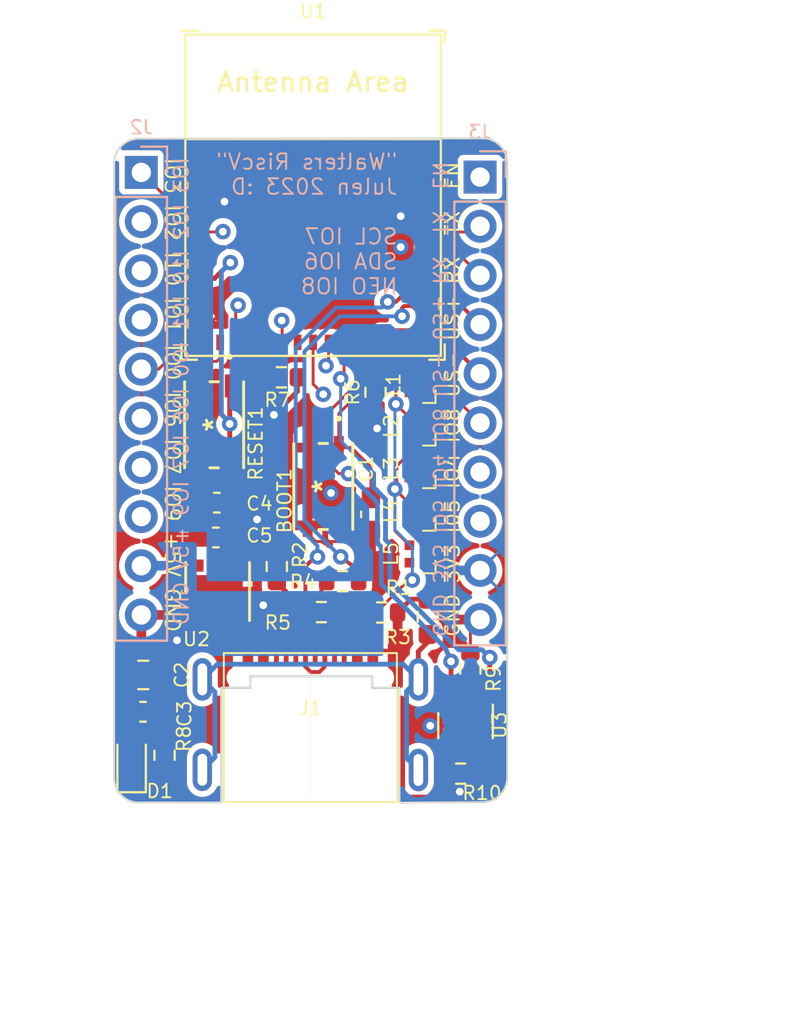
<source format=kicad_pcb>
(kicad_pcb (version 20221018) (generator pcbnew)
  (layers (0 "F.Cu" signal) (1 "In1.Cu" signal) (2 "In2.Cu" signal) (31 "B.Cu" signal) (34 "B.Paste" user) (35 "F.Paste" user) (36 "B.SilkS" user "B.Silkscreen") (37 "F.SilkS" user "F.Silkscreen") (38 "B.Mask" user) (39 "F.Mask" user) (44 "Edge.Cuts" user))
  (net 0 "")
  (net 1 "/BOOT")
  (net 2 "GND")
  (net 3 "+5V")
  (net 4 "/ENABLE")
  (net 5 "+3.3V")
  (net 6 "Net-(D1-K)")
  (net 7 "Net-(J1-CC1)")
  (net 8 "/DP")
  (net 9 "/DN")
  (net 11 "Net-(J1-CC2)")
  (net 13 "Net-(J1-SHIELD)")
  (net 14 "/USB_DN")
  (net 15 "/USB_DP")
  (net 16 "Net-(U3-ADDR)")
  (net 17 "Net-(U3-~{RESET})")
  (net 33 "Net-(L1-DOUT)")
  (net 34 "Net-(L2-DOUT)")
  (net 35 "Net-(L3-DOUT)")
  (net 36 "Net-(L4-DOUT)")
  (net 38 "/RX")
  (net 39 "/TX")
  (net 40 "/IO3")
  (net 41 "/IO2")
  (net 42 "/IO10")
  (net 43 "/IO1")
  (net 44 "/IO0")
  (net 45 "/IO5")
  (net 46 "/IO4")
  (net 47 "/IO6")
  (net 48 "/IO7")
  (net 49 "/IO8")
  (footprint "USB-C-Power-tester:TYPE-C-31-M-14" (layer "F.Cu") (at 28.732195 56.969933)
    (fp_text reference "J1")
    (fp_text value "USB_C_Receptacle_USB2.0")
    (fp_line (start -4.6 -3.2) (end -4.6 2.7) (stroke (width 0.12)) (layer "Edge.Cuts"))
    (fp_line (start -3.1 -3.8) (end -3.1 -3.2) (stroke (width 0.12)) (layer "Edge.Cuts"))
    (fp_line (start -3.1 -3.2) (end -4.6 -3.2) (stroke (width 0.12)) (layer "Edge.Cuts"))
    (fp_line (start 3.2 -3.8) (end -3.1 -3.8) (stroke (width 0.12)) (layer "Edge.Cuts"))
    (fp_line (start 3.2 -3.2) (end 3.2 -3.8) (stroke (width 0.12)) (layer "Edge.Cuts"))
    (fp_line (start 4.6 -3.2) (end 3.2 -3.2) (stroke (width 0.12)) (layer "Edge.Cuts"))
    (fp_line (start 4.6 2.7) (end 4.6 -3.2) (stroke (width 0.12)) (layer "Edge.Cuts"))
  )
  (footprint "Package_DFN_QFN:DFN-6-1EP_3x3mm_P0.95mm_EP1.7x2.6mm" (layer "F.Cu") (at 23.942347 48.792522 90)
    (fp_text reference "U2")
    (fp_text value "NCP692MN33T2G")
  )
  (footprint "LED_SMD:LED_SK6812_EC15_1.5x1.5mm" (layer "F.Cu") (at 34.3 42.45 90)
    (fp_text reference "L3")
    (fp_text value "SK6812MINI")
  )
  (footprint "Resistor_SMD:R_0603_1608Metric" (layer "F.Cu") (at 32.416737 49.873484)
    (fp_text reference "R3")
    (fp_text value "5.1k")
  )
  (footprint "ToyTronics:KMR241GLFS" (layer "F.Cu") (at 29.4 43.3644 -90)
    (fp_text reference "BOOT1")
    (fp_text value "BOOT" hide)
  )
  (footprint "LED_SMD:LED_0603_1608Metric_Pad1.05x0.95mm_HandSolder" (layer "F.Cu") (at 19.5 57.5 90)
    (fp_text reference "D1")
    (fp_text value "LED")
  )
  (footprint "Resistor_SMD:R_0603_1608Metric_Pad0.98x0.95mm_HandSolder" (layer "F.Cu") (at 34.8 50.1 90)
    (fp_text reference "R1")
    (fp_text value "1M")
  )
  (footprint "LED_SMD:LED_SK6812_EC15_1.5x1.5mm" (layer "F.Cu") (at 34.3 44.65 90)
    (fp_text reference "L4")
    (fp_text value "SK6812MINI")
  )
  (footprint "Espressif:ESP32-C3-MINI-1" (layer "F.Cu") (at 28.874477 28.318075)
    (fp_text reference "U1")
    (fp_text value "ESP32-C3-MINI-1")
  )
  (footprint "Sensor_Humidity:Sensirion_DFN-8-1EP_2.5x2.5mm_P0.5mm_EP1.1x1.7mm" (layer "F.Cu") (at 36.75 55.725 -90)
    (fp_text reference "U3")
    (fp_text value "SHT31-DIS")
  )
  (footprint "Capacitor_SMD:C_0603_1608Metric_Pad1.08x0.95mm_HandSolder" (layer "F.Cu") (at 23.85 46 180)
    (fp_text reference "C5")
    (fp_text value "0.1uF")
  )
  (footprint "Resistor_SMD:R_0603_1608Metric" (layer "F.Cu") (at 30.400848 48.254656)
    (fp_text reference "R4")
    (fp_text value "33R")
  )
  (footprint "LED_SMD:LED_SK6812_EC15_1.5x1.5mm" (layer "F.Cu") (at 34.3 46.85 90)
    (fp_text reference "L5")
    (fp_text value "SK6812MINI")
  )
  (footprint "Resistor_SMD:R_0603_1608Metric" (layer "F.Cu") (at 27 47.501266 90)
    (fp_text reference "R2")
    (fp_text value "5.1k")
  )
  (footprint "Resistor_SMD:R_0603_1608Metric" (layer "F.Cu") (at 32.1 38.5 -90)
    (fp_text reference "R6")
    (fp_text value "10k")
  )
  (footprint "Capacitor_SMD:C_0603_1608Metric_Pad1.08x0.95mm_HandSolder" (layer "F.Cu") (at 20.090502 55.002233 180)
    (fp_text reference "C3")
    (fp_text value "0.1uF")
  )
  (footprint "Capacitor_SMD:C_0603_1608Metric_Pad1.08x0.95mm_HandSolder" (layer "F.Cu") (at 23.9 44.2)
    (fp_text reference "C4")
    (fp_text value "0.1uF")
  )
  (footprint "Resistor_SMD:R_0603_1608Metric" (layer "F.Cu") (at 29.300848 49.854656 180)
    (fp_text reference "R5")
    (fp_text value "33R")
  )
  (footprint "LED_SMD:LED_SK6812_EC15_1.5x1.5mm" (layer "F.Cu") (at 34.3 40.25 90)
    (fp_text reference "L2")
    (fp_text value "SK6812MINI")
  )
  (footprint "LED_SMD:LED_SK6812_EC15_1.5x1.5mm" (layer "F.Cu") (at 34.3 38.05 90)
    (fp_text reference "L1")
    (fp_text value "SK6812MINI")
  )
  (footprint "Capacitor_SMD:C_0805_2012Metric" (layer "F.Cu") (at 20.1 53.1 180)
    (fp_text reference "C2")
    (fp_text value "4.7uF")
  )
  (footprint "Resistor_SMD:R_0603_1608Metric" (layer "F.Cu") (at 37 52.8 -90)
    (fp_text reference "R9")
    (fp_text value "10k")
  )
  (footprint "Capacitor_SMD:C_0603_1608Metric_Pad1.08x0.95mm_HandSolder" (layer "F.Cu") (at 31.864847 44.808634 -90)
    (fp_text reference "C1")
    (fp_text value "0.1uF")
  )
  (footprint "Resistor_SMD:R_0603_1608Metric" (layer "F.Cu") (at 27.235603 37.724649)
    (fp_text reference "R7")
    (fp_text value "10k")
  )
  (footprint "Resistor_SMD:R_0603_1608Metric" (layer "F.Cu") (at 36.5 58.2)
    (fp_text reference "R10")
    (fp_text value "10k")
  )
  (footprint "Resistor_SMD:R_0603_1608Metric" (layer "F.Cu") (at 21.2 57.25 -90)
    (fp_text reference "R8")
    (fp_text value "5.1k")
  )
  (footprint "ToyTronics:KMR241GLFS" (layer "F.Cu") (at 23.761528 40.177103 -90)
    (fp_text reference "RESET1")
    (fp_text value "RESET" hide)
  )
  (footprint "Connector_PinHeader_2.54mm:PinHeader_1x10_P2.54mm_Vertical" (layer "B.Cu") (at 20 27.14 180)
    (fp_text reference "J2")
    (fp_text value "Conn_01x10_Pin")
  )
  (footprint "Connector_PinHeader_2.54mm:PinHeader_1x10_P2.54mm_Vertical" (layer "B.Cu") (at 37.5 27.38 180)
    (fp_text reference "J3")
    (fp_text value "Conn_01x10_Pin")
  )
  (gr_line (start 33.4 59.7) (end 33.332195 59.669933) (stroke (width 0.1)) (layer "Edge.Cuts"))
  (gr_line (start 34.29 59.69) (end 33.4 59.7) (stroke (width 0.1)) (layer "Edge.Cuts"))
  (gr_arc (start 38.9 58.4) (mid 38.528026 59.298026) (end 37.63 59.67) (stroke (width 0.1)) (layer "Edge.Cuts"))
  (gr_line (start 18.6 58.42) (end 18.6 26.67) (stroke (width 0.1)) (layer "Edge.Cuts"))
  (gr_line (start 19.87 25.4) (end 37.63 25.38) (stroke (width 0.1)) (layer "Edge.Cuts"))
  (gr_line (start 23.9 59.69) (end 24.132195 59.669933) (stroke (width 0.1)) (layer "Edge.Cuts"))
  (gr_arc (start 19.87 59.69) (mid 18.971974 59.318026) (end 18.6 58.42) (stroke (width 0.1)) (layer "Edge.Cuts"))
  (gr_line (start 38.9 26.65) (end 38.9 58.4) (stroke (width 0.1)) (layer "Edge.Cuts"))
  (gr_line (start 19.87 59.69) (end 23.9 59.69) (stroke (width 0.1)) (layer "Edge.Cuts"))
  (gr_arc (start 18.6 26.67) (mid 18.971974 25.771974) (end 19.87 25.4) (stroke (width 0.1)) (layer "Edge.Cuts"))
  (gr_line (start 37.63 59.67) (end 34.29 59.69) (stroke (width 0.1)) (layer "Edge.Cuts"))
  (gr_arc (start 37.63 25.38) (mid 38.528026 25.751974) (end 38.9 26.65) (stroke (width 0.1)) (layer "Edge.Cuts"))
  (gr_text "IO3 IO2 I10 IO1 IO0 IO6 IO7 IO9 +5V GND" (at 22.5 26.3 90) (layer "B.SilkS") (effects (font (size 0.74 0.74) (thickness 0.1)) (justify left bottom mirror)))
  (gr_text "{dblquote}Walters RiscV{dblquote}\nJulen 2023 :D\n\nSCL IO7\nSDA IO6\nNEO IO8" (at 33.3 33.5) (layer "B.SilkS") (effects (font (size 0.8 0.8) (thickness 0.1)) (justify left bottom mirror)))
  (gr_text "GND 3V3 I05 IO4 IO8 US- US+ RX  TX  EN" (at 35 51.2 -90) (layer "B.SilkS") (effects (font (size 0.73 0.73) (thickness 0.1)) (justify left bottom mirror)))
  (gr_text "GND 3V3 I05 IO4 IO8 US- US+ RX  TX  EN" (at 36.5 51.2 90) (layer "F.SilkS") (effects (font (size 0.73 0.73) (thickness 0.1)) (justify left bottom)))
  (gr_text "IO3 IO2 I10 IO1 IO0 IO6 IO7 IO9 +5V GND" (at 21.163634 26.320091 270) (layer "F.SilkS") (effects (font (size 0.75 0.75) (thickness 0.1)) (justify left bottom)))
  (segment (start 32.874477 38.115903) (end 32.59038 38.4) (width 0.15) (layer "F.Cu") (net 1))
  (segment (start 30.205 39.595) (end 30.205 41.3578) (width 0.15) (layer "F.Cu") (net 1))
  (segment (start 31.864847 43.946134) (end 31.629866 43.946134) (width 0.15) (layer "F.Cu") (net 1))
  (segment (start 32.59038 38.4) (end 31.4 38.4) (width 0.15) (layer "F.Cu") (net 1))
  (segment (start 30.205 41.3578) (end 30.8578 41.3578) (width 0.15) (layer "F.Cu") (net 1))
  (segment (start 31.4 38.4) (end 30.205 39.595) (width 0.15) (layer "F.Cu") (net 1))
  (segment (start 30.8578 41.3578) (end 31.864847 42.364847) (width 0.15) (layer "F.Cu") (net 1))
  (segment (start 31.629866 43.946134) (end 30.205 45.371) (width 0.15) (layer "F.Cu") (net 1))
  (segment (start 31.864847 42.364847) (end 31.864847 43.946134) (width 0.15) (layer "F.Cu") (net 1))
  (segment (start 32.874477 35.918075) (end 32.874477 38.115903) (width 0.15) (layer "F.Cu") (net 1))
  (segment (start 34.8 38.5) (end 35.6 39.3) (width 0.15) (layer "F.Cu") (net 2))
  (segment (start 23.9 34.6) (end 23.9 34.1) (width 0.15) (layer "F.Cu") (net 2))
  (segment (start 33.709933 59.409933) (end 35.190067 59.409933) (width 0.25) (layer "F.Cu") (net 2))
  (segment (start 35.7 37.1) (end 36.1 37.5) (width 0.15) (layer "F.Cu") (net 2))
  (segment (start 37 56.9) (end 37 55.975) (width 0.25) (layer "F.Cu") (net 2))
  (segment (start 34.925 55.725) (end 34.675 55.725) (width 0.25) (layer "F.Cu") (net 2))
  (segment (start 22.974477 35.018075) (end 22.118075 35.018075) (width 0.15) (layer "F.Cu") (net 2))
  (segment (start 21.4 33.9) (end 20.97823 33.47823) (width 0.15) (layer "F.Cu") (net 2))
  (segment (start 34.824477 35.968075) (end 34.824477 36.224477) (width 0.15) (layer "F.Cu") (net 2))
  (segment (start 33.927721 49.1875) (end 33.241737 49.873484) (width 0.25) (layer "F.Cu") (net 2))
  (segment (start 22.956528 38.170503) (end 22.545505 38.581526) (width 0.25) (layer "F.Cu") (net 2))
  (segment (start 34.75 38.5) (end 34.8 38.5) (width 0.15) (layer "F.Cu") (net 2))
  (segment (start 36.7 38.8) (end 38.5 38.8) (width 0.15) (layer "F.Cu") (net 2))
  (segment (start 23.942347 50.132522) (end 23.942347 50.392347) (width 0.25) (layer "F.Cu") (net 2))
  (segment (start 36.2 41.3) (end 38.367394 41.3) (width 0.15) (layer "F.Cu") (net 2))
  (segment (start 37.5 57.6) (end 38.1 58.2) (width 0.25) (layer "F.Cu") (net 2))
  (segment (start 36.75 55.725) (end 34.925 55.725) (width 0.25) (layer "F.Cu") (net 2))
  (segment (start 37.5 56.475) (end 36.75 55.725) (width 0.25) (layer "F.Cu") (net 2))
  (segment (start 36.1 39.8) (end 36.1 40.7) (width 0.15) (layer "F.Cu") (net 2))
  (segment (start 22.974477 35.018075) (end 23.481925 35.018075) (width 0.15) (layer "F.Cu") (net 2))
  (segment (start 21.4 34.3) (end 21.4 33.9) (width 0.15) (layer "F.Cu") (net 2))
  (segment (start 37 52.39) (end 37 50.74) (width 0.15) (layer "F.Cu") (net 2))
  (segment (start 36.1 38) (end 36.1 38.2) (width 0.15) (layer "F.Cu") (net 2))
  (segment (start 22.9875 45.975) (end 24.7625 44.2) (width 0.25) (layer "F.Cu") (net 2))
  (segment (start 33.5 56.9) (end 33.5 59.2) (width 0.25) (layer "F.Cu") (net 2))
  (segment (start 28.595 45.371) (end 28.595 44.905) (width 0.25) (layer "F.Cu") (net 2))
  (segment (start 20.956039 35.968075) (end 20.891016 36.033098) (width 0.25) (layer "F.Cu") (net 2))
  (segment (start 35.190067 59.409933) (end 35.3 59.3) (width 0.25) (layer "F.Cu") (net 2))
  (segment (start 30.9921 46.2079) (end 29.0079 46.2079) (width 0.15) (layer "F.Cu") (net 2))
  (segment (start 31.528866 45.671134) (end 30.9921 46.2079) (width 0.15) (layer "F.Cu") (net 2))
  (segment (start 22.924477 35.968075) (end 20.956039 35.968075) (width 0.25) (layer "F.Cu") (net 2))
  (segment (start 36.1 38.2) (end 36.7 38.8) (width 0.15) (layer "F.Cu") (net 2))
  (segment (start 23.9 34.1) (end 25.006925 32.993075) (width 0.15) (layer "F.Cu") (net 2))
  (segment (start 33.7 59.4) (end 33.709933 59.409933) (width 0.25) (layer "F.Cu") (net 2))
  (segment (start 23.942347 50.392347) (end 24.55 51) (width 0.25) (layer "F.Cu") (net 2))
  (segment (start 31.864847 45.671134) (end 31.528866 45.671134) (width 0.15) (layer "F.Cu") (net 2))
  (segment (start 22.118075 35.018075) (end 21.4 34.3) (width 0.15) (layer "F.Cu") (net 2))
  (segment (start 34.8 49.1875) (end 33.927721 49.1875) (width 0.25) (layer "F.Cu") (net 2))
  (segment (start 29.0079 46.2079) (end 28.6 45.8) (width 0.15) (layer "F.Cu") (net 2))
  (segment (start 24.55 51.062738) (end 25.357195 51.869933) (width 0.25) (layer "F.Cu") (net 2))
  (segment (start 34.675 55.725) (end 33.5 56.9) (width 0.25) (layer "F.Cu") (net 2))
  (segment (start 22.9875 46) (end 22.9875 45.975) (width 0.25) (layer "F.Cu") (net 2))
  (segment (start 37 55.975) (end 36.75 55.725) (width 0.25) (layer "F.Cu") (net 2))
  (segment (start 37 50.74) (end 37.5 50.24) (width 0.15) (layer "F.Cu") (net 2))
  (segment (start 33.5 59.2) (end 33.7 59.4) (width 0.25) (layer "F.Cu") (net 2))
  (segment (start 37.5 56.9) (end 37.5 56.475) (width 0.25) (layer "F.Cu") (net 2))
  (segment (start 28.595 44.905) (end 29.8 43.7) (width 0.25) (layer "F.Cu") (net 2))
  (segment (start 25.006925 32.993075) (end 26.899477 32.993075) (width 0.15) (layer "F.Cu") (net 2))
  (segment (start 34.824477 36.224477) (end 35.7 37.1) (width 0.15) (layer "F.Cu") (net 2))
  (segment (start 20.891016 36.033098) (end 19.218611 36.033098) (width 0.25) (layer "F.Cu") (net 2))
  (segment (start 36.1 41.2) (end 36.2 41.3) (width 0.15) (layer "F.Cu") (net 2))
  (segment (start 38.367394 41.3) (end 38.376403 41.290991) (width 0.15) (layer "F.Cu") (net 2))
  (segment (start 24.55 51) (end 24.55 51.062738) (width 0.25) (layer "F.Cu") (net 2))
  (segment (start 23.481925 35.018075) (end 23.9 34.6) (width 0.15) (layer "F.Cu") (net 2))
  (segment (start 36.1 40.7) (end 36.1 41.2) (width 0.15) (layer "F.Cu") (net 2))
  (segment (start 37.5 56.9) (end 37.5 57.6) (width 0.25) (layer "F.Cu") (net 2))
  (segment (start 31.864847 45.671134) (end 31.928866 45.671134) (width 0.15) (layer "F.Cu") (net 2))
  (segment (start 36.75 55.725) (end 38.225 55.725) (width 0.25) (layer "F.Cu") (net 2))
  (segment (start 20.97823 33.47823) (end 19.229988 33.47823) (width 0.15) (layer "F.Cu") (net 2))
  (segment (start 36.1 37.5) (end 36.1 38) (width 0.15) (layer "F.Cu") (net 2))
  (segment (start 35.6 39.3) (end 36.1 39.8) (width 0.15) (layer "F.Cu") (net 2))
  (segment (start 22.545505 38.581526) (end 19.389265 38.581526) (width 0.25) (layer "F.Cu") (net 2))
  (via (at 33.4 31) (size 0.8) (drill 0.4) (layers "F.Cu" "B.Cu") (net 2))
  (via (at 29.8 43.7) (size 0.8) (drill 0.4) (layers "F.Cu" "B.Cu") (net 2))
  (via (at 34.925 55.725) (size 0.8) (drill 0.4) (layers "F.Cu" "B.Cu") (net 2))
  (segment (start 33.85 37.6) (end 33.149168 38.300832) (width 0.15) (layer "F.Cu") (net 3))
  (segment (start 33.2 42.3) (end 33.2 43.4) (width 0.15) (layer "F.Cu") (net 3))
  (segment (start 22.992347 50.132522) (end 22.992347 50.159653) (width 0.25) (layer "F.Cu") (net 3))
  (segment (start 20.953002 55.002233) (end 20.953002 53.196998) (width 0.25) (layer "F.Cu") (net 3))
  (segment (start 25.832522 50.132522) (end 24.892347 50.132522) (width 0.25) (layer "F.Cu") (net 3))
  (segment (start 26.15 50.45) (end 25.832522 50.132522) (width 0.25) (layer "F.Cu") (net 3))
  (segment (start 31.307195 51.144933) (end 31.652128 50.8) (width 0.15) (layer "F.Cu") (net 3))
  (segment (start 33.1 45.65) (end 33.85 46.4) (width 0.15) (layer "F.Cu") (net 3))
  (segment (start 20 47.46) (end 22.984869 47.46) (width 0.25) (layer "F.Cu") (net 3))
  (segment (start 33.85 44.2) (end 33.8 44.2) (width 0.15) (layer "F.Cu") (net 3))
  (segment (start 22.984869 47.46) (end 22.992347 47.452522) (width 0.25) (layer "F.Cu") (net 3))
  (segment (start 26.157195 51.869933) (end 26.157195 50.457195) (width 0.15) (layer "F.Cu") (net 3))
  (segment (start 22.992347 50.159653) (end 21.05 52.102) (width 0.25) (layer "F.Cu") (net 3))
  (segment (start 21.05 52.102) (end 21.05 53.1) (width 0.25) (layer "F.Cu") (net 3))
  (segment (start 33.84373 39.8) (end 33.149168 39.105438) (width 0.15) (layer "F.Cu") (net 3))
  (segment (start 31.032195 50.967805) (end 31.2 50.8) (width 0.15) (layer "F.Cu") (net 3))
  (segment (start 32.4 49.603825) (end 33.803825 48.2) (width 0.15) (layer "F.Cu") (net 3))
  (segment (start 31.307195 51.869933) (end 31.307195 51.144933) (width 0.15) (layer "F.Cu") (net 3))
  (segment (start 26.3 50.3) (end 26.3 49.5) (width 0.25) (layer "F.Cu") (net 3))
  (segment (start 33.85 42) (end 33.5 42) (width 0.15) (layer "F.Cu") (net 3))
  (segment (start 33.1 43.5) (end 33.1 45.65) (width 0.15) (layer "F.Cu") (net 3))
  (segment (start 20.953002 55.021998) (end 19.25 56.725) (width 0.25) (layer "F.Cu") (net 3))
  (segment (start 26.15 50.45) (end 26.3 50.3) (width 0.25) (layer "F.Cu") (net 3))
  (segment (start 31.652128 50.8) (end 31.7 50.8) (width 0.15) (layer "F.Cu") (net 3))
  (segment (start 33.85 39.8) (end 33.84373 39.8) (width 0.15) (layer "F.Cu") (net 3))
  (segment (start 32.1 50.8) (end 32.4 50.5) (width 0.15) (layer "F.Cu") (net 3))
  (segment (start 31.7 50.8) (end 32.1 50.8) (width 0.15) (layer "F.Cu") (net 3))
  (segment (start 20.953002 55.002233) (end 20.953002 55.021998) (width 0.25) (layer "F.Cu") (net 3))
  (segment (start 26.432195 51.869933) (end 26.432195 50.732195) (width 0.25) (layer "F.Cu") (net 3))
  (segment (start 33.803825 48.2) (end 34 48.2) (width 0.15) (layer "F.Cu") (net 3))
  (segment (start 33.2 43.4) (end 33.1 43.5) (width 0.15) (layer "F.Cu") (net 3))
  (segment (start 31.032195 51.869933) (end 31.032195 50.967805) (width 0.15) (layer "F.Cu") (net 3))
  (segment (start 20.953002 53.196998) (end 21.05 53.1) (width 0.25) (layer "F.Cu") (net 3))
  (segment (start 31.2 50.8) (end 31.7 50.8) (width 0.15) (layer "F.Cu") (net 3))
  (segment (start 32.4 50.5) (end 32.4 49.603825) (width 0.15) (layer "F.Cu") (net 3))
  (segment (start 33.8 44.2) (end 33.1 43.5) (width 0.15) (layer "F.Cu") (net 3))
  (segment (start 33.149168 38.300832) (end 33.149168 39.105438) (width 0.15) (layer "F.Cu") (net 3))
  (segment (start 33.5 42) (end 33.2 42.3) (width 0.15) (layer "F.Cu") (net 3))
  (segment (start 26.157195 50.457195) (end 26.15 50.45) (width 0.15) (layer "F.Cu") (net 3))
  (segment (start 26.432195 50.732195) (end 26.15 50.45) (width 0.25) (layer "F.Cu") (net 3))
  (via (at 21.844 51.308) (size 0.8) (drill 0.4) (layers "F.Cu" "B.Cu") (net 3))
  (via (at 33.1 43.5) (size 0.8) (drill 0.4) (layers "F.Cu" "B.Cu") (net 3))
  (via (at 33.149168 39.105438) (size 0.8) (drill 0.4) (layers "F.Cu" "B.Cu") (net 3))
  (via (at 34 48.2) (size 0.8) (drill 0.4) (layers "F.Cu" "B.Cu") (net 3))
  (via (at 26.3 49.5) (size 0.8) (drill 0.4) (layers "F.Cu" "B.Cu") (net 3))
  (segment (start 34 46.5) (end 33.1 45.6) (width 0.15) (layer "B.Cu") (net 3))
  (segment (start 34 48.2) (end 34 46.5) (width 0.15) (layer "B.Cu") (net 3))
  (segment (start 33.1 39.154606) (end 33.149168 39.105438) (width 0.15) (layer "B.Cu") (net 3))
  (segment (start 33.1 45.6) (end 33.1 39.154606) (width 0.15) (layer "B.Cu") (net 3))
  (segment (start 23.781925 32.618075) (end 24.6 31.8) (width 0.25) (layer "F.Cu") (net 4))
  (segment (start 23.0375 44.2) (end 23.173377 44.2) (width 0.25) (layer "F.Cu") (net 4))
  (segment (start 25.012382 37.724649) (end 24.566528 38.170503) (width 0.25) (layer "F.Cu") (net 4))
  (segment (start 24.566528 38.170503) (end 24.566528 40.132) (width 0.25) (layer "F.Cu") (net 4))
  (segment (start 24.566528 42.806849) (end 24.566528 42.183703) (width 0.25) (layer "F.Cu") (net 4))
  (segment (start 24.566528 40.132) (end 24.566528 42.183703) (width 0.25) (layer "F.Cu") (net 4))
  (segment (start 23.173377 44.2) (end 24.566528 42.806849) (width 0.25) (layer "F.Cu") (net 4))
  (segment (start 22.974477 32.618075) (end 23.781925 32.618075) (width 0.25) (layer "F.Cu") (net 4))
  (segment (start 26.410603 37.724649) (end 25.012382 37.724649) (width 0.25) (layer "F.Cu") (net 4))
  (via (at 24.566528 40.132) (size 0.8) (drill 0.4) (layers "F.Cu" "B.Cu") (net 4))
  (via (at 24.6 31.8) (size 0.8) (drill 0.4) (layers "F.Cu" "B.Cu") (net 4))
  (segment (start 24.134356 32.265644) (end 24.6 31.8) (width 0.25) (layer "B.Cu") (net 4))
  (segment (start 24.566528 40.065044) (end 24.134356 39.632872) (width 0.25) (layer "B.Cu") (net 4))
  (segment (start 24.134356 39.632872) (end 24.134356 32.265644) (width 0.25) (layer "B.Cu") (net 4))
  (segment (start 24.566528 40.132) (end 24.566528 40.065044) (width 0.25) (layer "B.Cu") (net 4))
  (segment (start 25.049413 46) (end 25.980558 45.068855) (width 0.25) (layer "F.Cu") (net 5))
  (segment (start 32.1 40.286423) (end 32.179221 40.365644) (width 0.15) (layer "F.Cu") (net 5))
  (segment (start 28.077274 37.74132) (end 28.060603 37.724649) (width 0.25) (layer "F.Cu") (net 5))
  (segment (start 32.1 39.325) (end 32.1 40.286423) (width 0.15) (layer "F.Cu") (net 5))
  (segment (start 22.974477 28.618075) (end 24.262709 28.618075) (width 0.25) (layer "F.Cu") (net 5))
  (segment (start 36 57.875) (end 35.675 58.2) (width 0.25) (layer "F.Cu") (net 5))
  (segment (start 24.892347 46.179847) (end 24.7125 46) (width 0.25) (layer "F.Cu") (net 5))
  (segment (start 24.7125 46) (end 25.049413 46) (width 0.25) (layer "F.Cu") (net 5))
  (segment (start 23.942347 46.770153) (end 24.7125 46) (width 0.25) (layer "F.Cu") (net 5))
  (segment (start 24.892347 47.452522) (end 24.892347 46.179847) (width 0.25) (layer "F.Cu") (net 5))
  (segment (start 24.262709 28.618075) (end 24.294177 28.649543) (width 0.25) (layer "F.Cu") (net 5))
  (segment (start 28.060603 37.724649) (end 28.060603 38.455797) (width 0.25) (layer "F.Cu") (net 5))
  (segment (start 23.942347 47.452522) (end 23.942347 46.770153) (width 0.25) (layer "F.Cu") (net 5))
  (segment (start 28.060603 38.455797) (end 26.850736 39.665664) (width 0.25) (layer "F.Cu") (net 5))
  (segment (start 36.450972 58.975972) (end 35.675 58.2) (width 0.25) (layer "F.Cu") (net 5))
  (segment (start 36.450972 59.130379) (end 36.450972 58.975972) (width 0.25) (layer "F.Cu") (net 5))
  (segment (start 36 56.9) (end 36 57.875) (width 0.25) (layer "F.Cu") (net 5))
  (via (at 25.980558 45.068855) (size 0.8) (drill 0.4) (layers "F.Cu" "B.Cu") (net 5))
  (via (at 26.850736 39.665664) (size 0.8) (drill 0.4) (layers "F.Cu" "B.Cu") (net 5))
  (via (at 24.294177 28.649543) (size 0.8) (drill 0.4) (layers "F.Cu" "B.Cu") (net 5))
  (via (at 36.450972 59.130379) (size 0.8) (drill 0.4) (layers "F.Cu" "B.Cu") (net 5))
  (via (at 33.4 29.4) (size 0.8) (drill 0.4) (layers "F.Cu" "B.Cu") (net 5))
  (via (at 32.179221 40.365644) (size 0.8) (drill 0.4) (layers "F.Cu" "B.Cu") (net 5))
  (segment (start 24.249543 28.649543) (end 24 28.4) (width 0.25) (layer "B.Cu") (net 5))
  (segment (start 24 28.4) (end 19.2 28.4) (width 0.25) (layer "B.Cu") (net 5))
  (segment (start 37.5 47.7) (end 38.6 46.6) (width 0.15) (layer "B.Cu") (net 5))
  (segment (start 37.5 47.7) (end 38.6 48.8) (width 0.15) (layer "B.Cu") (net 5))
  (segment (start 19.2 28.4) (end 19 28.6) (width 0.25) (layer "B.Cu") (net 5))
  (segment (start 24.294177 28.649543) (end 24.249543 28.649543) (width 0.25) (layer "B.Cu") (net 5))
  (segment (start 20.65 58.475) (end 20.95 58.175) (width 0.25) (layer "F.Cu") (net 6))
  (segment (start 19.25 58.475) (end 20.65 58.475) (width 0.25) (layer "F.Cu") (net 6))
  (segment (start 27.482195 48.808461) (end 27 48.326266) (width 0.25) (layer "F.Cu") (net 7))
  (segment (start 27.482195 51.869933) (end 27.482195 48.808461) (width 0.25) (layer "F.Cu") (net 7))
  (segment (start 30.025 50.475) (end 29.45813 51.04187) (width 0.2) (layer "F.Cu") (net 8))
  (segment (start 29.45813 51.04187) (end 29.45813 52.69187) (width 0.2) (layer "F.Cu") (net 8))
  (segment (start 28.75284 52.95) (end 28.45813 52.65529) (width 0.2) (layer "F.Cu") (net 8))
  (segment (start 29.45813 52.69187) (end 29.2 52.95) (width 0.2) (layer "F.Cu") (net 8))
  (segment (start 28.45813 52.65529) (end 28.45813 51.831026) (width 0.2) (layer "F.Cu") (net 8))
  (segment (start 29.2 52.95) (end 28.75284 52.95) (width 0.2) (layer "F.Cu") (net 8))
  (segment (start 30.025 50) (end 30.025 50.475) (width 0.2) (layer "F.Cu") (net 8))
  (segment (start 28.95813 50.598976) (end 29.3 50.257106) (width 0.2) (layer "F.Cu") (net 9))
  (segment (start 27.95813 51.056762) (end 28.214892 50.8) (width 0.2) (layer "F.Cu") (net 9))
  (segment (start 27.95813 51.831026) (end 27.95813 51.056762) (width 0.2) (layer "F.Cu") (net 9))
  (segment (start 29.3 50.257106) (end 29.3 48.575) (width 0.2) (layer "F.Cu") (net 9))
  (segment (start 28.214892 50.8) (end 28.757106 50.8) (width 0.2) (layer "F.Cu") (net 9))
  (segment (start 28.757106 50.8) (end 28.95813 50.598976) (width 0.2) (layer "F.Cu") (net 9))
  (segment (start 28.95813 51.831026) (end 28.95813 50.598976) (width 0.2) (layer "F.Cu") (net 9))
  (segment (start 29.3 48.575) (end 29.475 48.4) (width 0.2) (layer "F.Cu") (net 9))
  (segment (start 31.289126 49.873484) (end 31.591737 49.873484) (width 0.25) (layer "F.Cu") (net 11))
  (segment (start 30.482195 50.680415) (end 31.289126 49.873484) (width 0.25) (layer "F.Cu") (net 11))
  (segment (start 30.482195 51.869933) (end 30.482195 50.680415) (width 0.25) (layer "F.Cu") (net 11))
  (segment (start 34.3 51.9) (end 34.312195 51.912195) (width 0.25) (layer "F.Cu") (net 13))
  (segment (start 34.8 51.0125) (end 34.8 51.4) (width 0.25) (layer "F.Cu") (net 13))
  (segment (start 34.312195 51.912195) (end 34.312195 53.329933) (width 0.25) (layer "F.Cu") (net 13))
  (segment (start 34.8 51.4) (end 34.3 51.9) (width 0.25) (layer "F.Cu") (net 13))
  (segment (start 33.7 53.942128) (end 34.312195 53.329933) (width 0.25) (layer "B.Cu") (net 13))
  (segment (start 23.152195 53.329933) (end 23.8 53.977738) (width 0.25) (layer "B.Cu") (net 13))
  (segment (start 23.937195 52.544933) (end 23.152195 53.329933) (width 0.25) (layer "B.Cu") (net 13))
  (segment (start 23.8 57.352128) (end 23.152195 57.999933) (width 0.25) (layer "B.Cu") (net 13))
  (segment (start 34.312195 58.009933) (end 33.7 57.397738) (width 0.25) (layer "B.Cu") (net 13))
  (segment (start 23.8 53.977738) (end 23.8 57.352128) (width 0.25) (layer "B.Cu") (net 13))
  (segment (start 34.312195 53.329933) (end 33.527195 52.544933) (width 0.25) (layer "B.Cu") (net 13))
  (segment (start 33.527195 52.544933) (end 23.937195 52.544933) (width 0.25) (layer "B.Cu") (net 13))
  (segment (start 33.7 57.397738) (end 33.7 53.942128) (width 0.25) (layer "B.Cu") (net 13))
  (segment (start 34.774477 34.218075) (end 34.174476 34.218075) (width 0.2) (layer "F.Cu") (net 14))
  (segment (start 30.3 47) (end 31.225848 47.700848) (width 0.2) (layer "F.Cu") (net 14))
  (segment (start 35.9 35.94) (end 37.5 37.54) (width 0.2) (layer "F.Cu") (net 14))
  (segment (start 31.225848 47.700848) (end 31.225848 48.254656) (width 0.2) (layer "F.Cu") (net 14))
  (segment (start 34.174476 34.218075) (end 33.999476 34.043075) (width 0.2) (layer "F.Cu") (net 14))
  (segment (start 35.9 34.943598) (end 35.9 35.94) (width 0.2) (layer "F.Cu") (net 14))
  (segment (start 34.774477 34.218075) (end 35.174477 34.218075) (width 0.2) (layer "F.Cu") (net 14))
  (segment (start 33.575124 34.043075) (end 33.471232 34.146967) (width 0.2) (layer "F.Cu") (net 14))
  (segment (start 33.999476 34.043075) (end 33.575124 34.043075) (width 0.2) (layer "F.Cu") (net 14))
  (segment (start 33.471232 34.146967) (end 33.471232 34.571232) (width 0.2) (layer "F.Cu") (net 14))
  (segment (start 35.174477 34.218075) (end 35.9 34.943598) (width 0.2) (layer "F.Cu") (net 14))
  (via (at 30.3 47) (size 0.8) (drill 0.4) (layers "F.Cu" "B.Cu") (net 14))
  (via (at 33.471232 34.571232) (size 0.8) (drill 0.4) (layers "F.Cu" "B.Cu") (net 14))
  (segment (start 30.246968 34.571232) (end 33.471232 34.571232) (width 0.2) (layer "B.Cu") (net 14))
  (segment (start 30.3 47) (end 28.425 45.125) (width 0.2) (layer "B.Cu") (net 14))
  (segment (start 28.425 45.125) (end 28.425 36.3932) (width 0.2) (layer "B.Cu") (net 14))
  (segment (start 28.425 36.3932) (end 30.246968 34.571232) (width 0.2) (layer "B.Cu") (net 14))
  (segment (start 28.975848 47) (end 28.475848 47.5) (width 0.2) (layer "F.Cu") (net 15))
  (segment (start 35.918075 33.418075) (end 37.5 35) (width 0.2) (layer "F.Cu") (net 15))
  (segment (start 28.475848 47.5) (end 28.475848 49.854656) (width 0.2) (layer "F.Cu") (net 15))
  (segment (start 33.153033 33.828768) (end 32.728768 33.828768) (width 0.2) (layer "F.Cu") (net 15))
  (segment (start 34.774477 33.418075) (end 34.174476 33.418075) (width 0.2) (layer "F.Cu") (net 15))
  (segment (start 34.174476 33.418075) (end 33.999476 33.593075) (width 0.2) (layer "F.Cu") (net 15))
  (segment (start 33.999476 33.593075) (end 33.388726 33.593075) (width 0.2) (layer "F.Cu") (net 15))
  (segment (start 34.774477 33.418075) (end 35.918075 33.418075) (width 0.2) (layer "F.Cu") (net 15))
  (segment (start 33.388726 33.593075) (end 33.153033 33.828768) (width 0.2) (layer "F.Cu") (net 15))
  (segment (start 29.1 47) (end 28.975848 47) (width 0.2) (layer "F.Cu") (net 15))
  (via (at 32.728768 33.828768) (size 0.8) (drill 0.4) (layers "F.Cu" "B.Cu") (net 15))
  (via (at 29.1 47) (size 0.8) (drill 0.4) (layers "F.Cu" "B.Cu") (net 15))
  (segment (start 30.060569 34.121231) (end 32.436305 34.121231) (width 0.2) (layer "B.Cu") (net 15))
  (segment (start 27.975 36.2068) (end 30.060569 34.121231) (width 0.2) (layer "B.Cu") (net 15))
  (segment (start 32.436305 34.121231) (end 32.728768 33.828768) (width 0.2) (layer "B.Cu") (net 15))
  (segment (start 27.975 45.311397) (end 27.975 36.2068) (width 0.2) (layer "B.Cu") (net 15))
  (segment (start 29.1 47) (end 29.1 46.436397) (width 0.2) (layer "B.Cu") (net 15))
  (segment (start 29.1 46.436397) (end 27.975 45.311397) (width 0.2) (layer "B.Cu") (net 15))
  (segment (start 37 53.49) (end 37.09 53.4) (width 0.25) (layer "F.Cu") (net 16))
  (segment (start 37 54.55) (end 37 53.49) (width 0.25) (layer "F.Cu") (net 16))
  (segment (start 36.5 56.9) (end 36.5 57.375) (width 0.25) (layer "F.Cu") (net 17))
  (segment (start 36.5 57.375) (end 37.325 58.2) (width 0.25) (layer "F.Cu") (net 17))
  (segment (start 34.75 39.8) (end 34.75 39.4) (width 0.15) (layer "F.Cu") (net 33))
  (segment (start 34.75 39.4) (end 33.85 38.5) (width 0.15) (layer "F.Cu") (net 33))
  (segment (start 34.75 42) (end 34.75 41.6) (width 0.15) (layer "F.Cu") (net 34))
  (segment (start 34.75 41.6) (end 33.85 40.7) (width 0.15) (layer "F.Cu") (net 34))
  (segment (start 34.75 43.8) (end 33.85 42.9) (width 0.15) (layer "F.Cu") (net 35))
  (segment (start 34.75 44.2) (end 34.75 43.8) (width 0.15) (layer "F.Cu") (net 35))
  (segment (start 34.75 46.4) (end 34.75 46) (width 0.15) (layer "F.Cu") (net 36))
  (segment (start 34.75 46) (end 33.85 45.1) (width 0.15) (layer "F.Cu") (net 36))
  (segment (start 34.774477 31.018075) (end 36.058075 31.018075) (width 0.15) (layer "F.Cu") (net 38))
  (segment (start 36.058075 31.018075) (end 37.5 32.46) (width 0.15) (layer "F.Cu") (net 38))
  (segment (start 34.774477 30.218075) (end 37.201925 30.218075) (width 0.15) (layer "F.Cu") (net 39))
  (segment (start 37.201925 30.218075) (end 37.5 29.92) (width 0.15) (layer "F.Cu") (net 39))
  (segment (start 22.974477 31.018075) (end 22.128075 31.018075) (width 0.15) (layer "F.Cu") (net 40))
  (segment (start 21.59 28.73) (end 21.59 30.48) (width 0.15) (layer "F.Cu") (net 40))
  (segment (start 20 27.14) (end 21.59 28.73) (width 0.15) (layer "F.Cu") (net 40))
  (segment (start 22.128075 31.018075) (end 21.59 30.48) (width 0.15) (layer "F.Cu") (net 40))
  (segment (start 22.974477 30.218075) (end 24.197667 30.218075) (width 0.15) (layer "F.Cu") (net 41))
  (segment (start 24.197667 30.218075) (end 24.2157 30.200042) (width 0.15) (layer "F.Cu") (net 41))
  (via (at 24.2157 30.200042) (size 0.8) (drill 0.4) (layers "F.Cu" "B.Cu") (net 41))
  (segment (start 27.274477 35.918075) (end 27.274477 34.811658) (width 0.15) (layer "F.Cu") (net 42))
  (segment (start 27.274477 34.811658) (end 27.253176 34.790357) (width 0.15) (layer "F.Cu") (net 42))
  (via (at 27.253176 34.790357) (size 0.8) (drill 0.4) (layers "F.Cu" "B.Cu") (net 42))
  (segment (start 24.874477 34.125523) (end 25 34) (width 0.15) (layer "F.Cu") (net 43))
  (segment (start 24.874477 35.918075) (end 24.874477 34.125523) (width 0.15) (layer "F.Cu") (net 43))
  (via (at 25 34) (size 0.8) (drill 0.4) (layers "F.Cu" "B.Cu") (net 43))
  (segment (start 23.9 36.9) (end 21.3 36.9) (width 0.15) (layer "F.Cu") (net 44))
  (segment (start 24.074477 36.725523) (end 23.9 36.9) (width 0.15) (layer "F.Cu") (net 44))
  (segment (start 21.3 36.9) (end 20.9 37.3) (width 0.15) (layer "F.Cu") (net 44))
  (segment (start 24.074477 35.918075) (end 24.074477 36.725523) (width 0.15) (layer "F.Cu") (net 44))
  (segment (start 20.9 37.3) (end 20 37.3) (width 0.15) (layer "F.Cu") (net 44))
  (segment (start 29.674477 36.993237) (end 29.540326 37.127388) (width 0.15) (layer "F.Cu") (net 45))
  (segment (start 29.674477 35.918075) (end 29.674477 36.993237) (width 0.15) (layer "F.Cu") (net 45))
  (via (at 29.540326 37.127388) (size 0.8) (drill 0.4) (layers "F.Cu" "B.Cu") (net 45))
  (segment (start 28.874477 38.074477) (end 29.4 38.6) (width 0.15) (layer "F.Cu") (net 46))
  (segment (start 28.874477 35.918075) (end 28.874477 38.074477) (width 0.15) (layer "F.Cu") (net 46))
  (via (at 29.4 38.6) (size 0.8) (drill 0.4) (layers "F.Cu" "B.Cu") (net 46))
  (segment (start 37.5 54.55) (end 38 54.05) (width 0.25) (layer "F.Cu") (net 47))
  (segment (start 30.474477 35.918075) (end 30.474477 37.625523) (width 0.15) (layer "F.Cu") (net 47))
  (segment (start 38 54.05) (end 38 52.2) (width 0.25) (layer "F.Cu") (net 47))
  (segment (start 30.474477 37.625523) (end 30.3 37.8) (width 0.15) (layer "F.Cu") (net 47))
  (via (at 38 52.2) (size 0.8) (drill 0.4) (layers "F.Cu" "B.Cu") (net 47))
  (via (at 30.3 37.8) (size 0.8) (drill 0.4) (layers "F.Cu" "B.Cu") (net 47))
  (segment (start 36.4 51.8) (end 32.85 48.25) (width 0.25) (layer "B.Cu") (net 47))
  (segment (start 32.615 44.028102) (end 32 43.413102) (width 0.25) (layer "B.Cu") (net 47))
  (segment (start 32.85 48.25) (end 32.85 46.35) (width 0.25) (layer "B.Cu") (net 47))
  (segment (start 37.6 51.8) (end 36.4 51.8) (width 0.25) (layer "B.Cu") (net 47))
  (segment (start 30.3 37.8) (end 30.3 41) (width 0.15) (layer "B.Cu") (net 47))
  (segment (start 32.85 46.35) (end 32.615 46.115) (width 0.25) (layer "B.Cu") (net 47))
  (segment (start 32 43.413102) (end 32 42.7) (width 0.25) (layer "B.Cu") (net 47))
  (segment (start 32.615 46.115) (end 32.615 44.028102) (width 0.25) (layer "B.Cu") (net 47))
  (segment (start 38 52.2) (end 37.6 51.8) (width 0.25) (layer "B.Cu") (net 47))
  (segment (start 32 42.7) (end 31.3 42) (width 0.25) (layer "B.Cu") (net 47))
  (segment (start 30.3 41) (end 31.3 42) (width 0.15) (layer "B.Cu") (net 47))
  (segment (start 36 52.8) (end 36 54.55) (width 0.25) (layer "F.Cu") (net 48))
  (segment (start 31.274477 35.918075) (end 31.274477 37.925523) (width 0.15) (layer "F.Cu") (net 48))
  (segment (start 29.6 42.1) (end 30.2 42.7) (width 0.15) (layer "F.Cu") (net 48))
  (segment (start 31.274477 37.925523) (end 29.6 39.6) (width 0.15) (layer "F.Cu") (net 48))
  (segment (start 36 52.4) (end 36 52.8) (width 0.25) (layer "F.Cu") (net 48))
  (segment (start 30.2 42.7) (end 30.7 42.7) (width 0.15) (layer "F.Cu") (net 48))
  (segment (start 29.6 39.6) (end 29.6 42.1) (width 0.15) (layer "F.Cu") (net 48))
  (via (at 36 52.4) (size 0.8) (drill 0.4) (layers "F.Cu" "B.Cu") (net 48))
  (via (at 30.7 42.7) (size 0.8) (drill 0.4) (layers "F.Cu" "B.Cu") (net 48))
  (segment (start 32.4 48.4) (end 32.4 46.5) (width 0.25) (layer "B.Cu") (net 48))
  (segment (start 32.4 46.5) (end 32.2 46.3) (width 0.25) (layer "B.Cu") (net 48))
  (segment (start 36 52.4) (end 35.7 51.7) (width 0.25) (layer "B.Cu") (net 48))
  (segment (start 35.7 51.7) (end 32.4 48.4) (width 0.25) (layer "B.Cu") (net 48))
  (segment (start 32.2 44.2) (end 30.7 42.7) (width 0.25) (layer "B.Cu") (net 48))
  (segment (start 32.2 46.3) (end 32.2 44.2) (width 0.25) (layer "B.Cu") (net 48))
  (segment (start 32.074477 36.880825) (end 32.074477 37.55328) (width 0.25) (layer "F.Cu") (net 49))
  (segment (start 34.75 37.6) (end 35.02 37.6) (width 0.15) (layer "F.Cu") (net 49))
  (segment (start 32.324477 35.268075) (end 32.074477 35.518075) (width 0.15) (layer "F.Cu") (net 49))
  (segment (start 34.75 37.25) (end 34.2 36.7) (width 0.15) (layer "F.Cu") (net 49))
  (segment (start 35.02 37.6) (end 37.5 40.08) (width 0.15) (layer "F.Cu") (net 49))
  (segment (start 32.074477 37.55328) (end 31.886437 37.74132) (width 0.25) (layer "F.Cu") (net 49))
  (segment (start 34.2 35.490044) (end 33.978031 35.268075) (width 0.15) (layer "F.Cu") (net 49))
  (segment (start 34.75 37.6) (end 34.75 37.25) (width 0.15) (layer "F.Cu") (net 49))
  (segment (start 34.2 36.7) (end 34.2 35.490044) (width 0.15) (layer "F.Cu") (net 49))
  (segment (start 32.074477 35.918075) (end 32.074477 36.880825) (width 0.25) (layer "F.Cu") (net 49))
  (segment (start 32.074477 35.518075) (end 32.074477 35.918075) (width 0.15) (layer "F.Cu") (net 49))
  (segment (start 33.978031 35.268075) (end 32.324477 35.268075) (width 0.15) (layer "F.Cu") (net 49))
  (zone (net 2) (net_name "GND") (layers "F.Cu" "In1.Cu") (connect_pads (clearance 0.3)) (min_thickness 0.25) (fill yes (thermal_gap 0.5) (thermal_bridge_width 0.5))
    (polygon (pts (xy 15.24 22.86) (xy 15.24 63.5) (xy 43.18 63.5) (xy 43.18 22.86)))
  )
  (zone (net 3) (net_name "+5V") (layers "In2.Cu" "B.Cu") (priority 2) (connect_pads (clearance 0.3)) (min_thickness 0.25) (fill yes (thermal_gap 0.5) (thermal_bridge_width 0.5))
    (polygon (pts (xy 32.512 66.04) (xy 12.7 66.04) (xy 12.7 46.228) (xy 22.86 46.228) (xy 22.86 48.768) (xy 32.512 48.768)))
  )
  (zone (net 5) (net_name "+3.3V") (layers "In2.Cu" "B.Cu") (priority 1) (connect_pads (clearance 0.3)) (min_thickness 0.25) (fill yes (thermal_gap 0.5) (thermal_bridge_width 0.5))
    (polygon (pts (xy 12.7 20.32) (xy 12.7 45.72) (xy 23.368 45.72) (xy 23.368 48.26) (xy 33.02 48.26) (xy 33.02 66.04) (xy 45.72 66.04) (xy 45.72 20.32)))
  )
)
</source>
